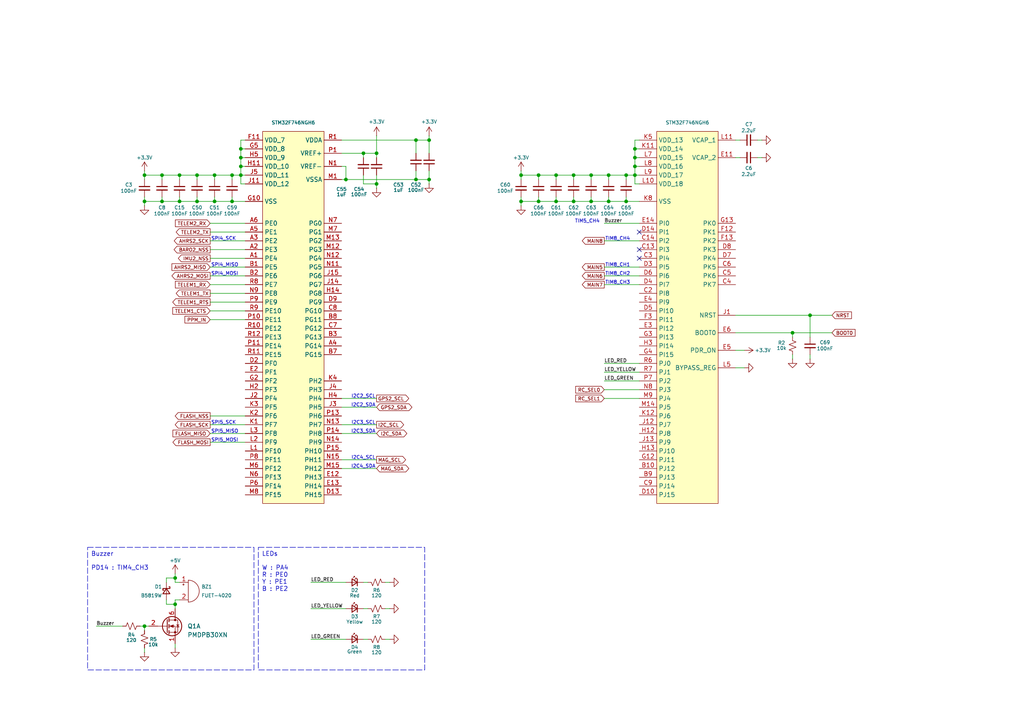
<source format=kicad_sch>
(kicad_sch (version 20250114) (generator "eeschema") (generator_version "9.0")
  (paper "A4")
  (title_block (title "STM32 Flight Controller") (date "2025-07-26") (rev "2.0.0 (WIP)"))
  (rectangle (start 25.4 158.75) (end 73.66 194.31) (stroke (width 0) (type dash)))
  (rectangle (start 74.93 158.75) (end 123.19 194.31) (stroke (width 0) (type dash)))
  (text "I2C2_SDA" (at 108.966 117.602 0) (effects (font (size 1 1)) (justify right)))
  (text "W : PA4\nR : PE0\nY : PE1\nB : PE2" (at 75.946 164.084 0) (effects (font (size 1.27 1.27)) (justify left top)))
  (text "TIM8_CH1" (at 175.514 76.962 0) (effects (font (size 1 1)) (justify left)))
  (text "SPI5_MOSI" (at 61.214 127.762 0) (effects (font (size 1 1)) (justify left)))
  (text "SPI4_MOSI" (at 61.214 79.502 0) (effects (font (size 1 1)) (justify left)))
  (text "I2C4_SDA" (at 108.966 135.382 0) (effects (font (size 1 1)) (justify right)))
  (text "I2C3_SDA" (at 108.966 125.222 0) (effects (font (size 1 1)) (justify right)))
  (text "TIM8_CH2" (at 175.514 79.502 0) (effects (font (size 1 1)) (justify left)))
  (text "TIM8_CH4" (at 175.514 69.342 0) (effects (font (size 1 1)) (justify left)))
  (text "TIM8_CH3" (at 175.514 82.042 0) (effects (font (size 1 1)) (justify left)))
  (text "SPI4_MISO" (at 61.214 76.962 0) (effects (font (size 1 1)) (justify left)))
  (text "I2C2_SCL" (at 108.966 115.062 0) (effects (font (size 1 1)) (justify right)))
  (text "SPI5_MISO" (at 61.214 125.222 0) (effects (font (size 1 1)) (justify left)))
  (text "LEDs" (at 75.946 161.544 0) (effects (font (size 1.27 1.27)) (justify left bottom)))
  (text "I2C3_SCL" (at 108.966 122.682 0) (effects (font (size 1 1)) (justify right)))
  (text "TIM5_CH4" (at 173.99 64.262 0) (effects (font (size 1 1)) (justify right)))
  (text "SPI5_SCK" (at 61.214 122.682 0) (effects (font (size 1 1)) (justify left)))
  (text "SPI4_SCK" (at 61.214 69.342 0) (effects (font (size 1 1)) (justify left)))
  (text "PD14 : TIM4_CH3" (at 26.416 164.084 0) (effects (font (size 1.27 1.27)) (justify left top)))
  (text "I2C4_SCL" (at 108.966 132.842 0) (effects (font (size 1 1)) (justify right)))
  (text "Buzzer" (at 26.416 161.544 0) (effects (font (size 1.27 1.27)) (justify left bottom)))
  (junction (at 156.21 50.8))
  (junction (at 176.53 58.42))
  (junction (at 69.85 48.26))
  (junction (at 41.91 50.8))
  (junction (at 109.22 53.34))
  (junction (at 171.45 50.8))
  (junction (at 184.15 50.8))
  (junction (at 124.46 40.64))
  (junction (at 46.99 50.8))
  (junction (at 184.15 45.72))
  (junction (at 229.87 96.52))
  (junction (at 109.22 44.45))
  (junction (at 234.95 91.44))
  (junction (at 184.15 48.26))
  (junction (at 166.37 50.8))
  (junction (at 151.13 58.42))
  (junction (at 171.45 58.42))
  (junction (at 67.31 50.8))
  (junction (at 166.37 58.42))
  (junction (at 69.85 43.18))
  (junction (at 156.21 58.42))
  (junction (at 124.46 52.07))
  (junction (at 176.53 50.8))
  (junction (at 120.65 40.64))
  (junction (at 62.23 58.42))
  (junction (at 67.31 58.42))
  (junction (at 120.65 52.07))
  (junction (at 41.91 181.61))
  (junction (at 52.07 50.8))
  (junction (at 184.15 43.18))
  (junction (at 41.91 58.42))
  (junction (at 62.23 50.8))
  (junction (at 69.85 50.8))
  (junction (at 50.8 175.26))
  (junction (at 181.61 50.8))
  (junction (at 151.13 50.8))
  (junction (at 50.8 167.64))
  (junction (at 69.85 45.72))
  (junction (at 100.33 52.07))
  (junction (at 52.07 58.42))
  (junction (at 105.41 44.45))
  (junction (at 57.15 58.42))
  (junction (at 46.99 58.42))
  (junction (at 161.29 50.8))
  (junction (at 57.15 50.8))
  (junction (at 161.29 58.42))
  (junction (at 181.61 58.42))
  (no_connect (at 185.42 72.39))
  (no_connect (at 185.42 74.93))
  (no_connect (at 185.42 67.31))
  (wire (pts (xy 109.22 50.8) (xy 109.22 53.34)))
  (wire (pts (xy 120.65 49.53) (xy 120.65 52.07)))
  (wire (pts (xy 184.15 53.34) (xy 184.15 50.8)))
  (wire (pts (xy 166.37 50.8) (xy 171.45 50.8)))
  (wire (pts (xy 41.91 49.53) (xy 41.91 50.8)))
  (wire (pts (xy 124.46 40.64) (xy 120.65 40.64)))
  (wire (pts (xy 105.41 50.8) (xy 105.41 53.34)))
  (wire (pts (xy 124.46 53.34) (xy 124.46 52.07)))
  (wire (pts (xy 213.36 96.52) (xy 229.87 96.52)))
  (wire (pts (xy 41.91 181.61) (xy 43.18 181.61)))
  (wire (pts (xy 60.96 82.55) (xy 71.12 82.55)))
  (wire (pts (xy 105.41 44.45) (xy 105.41 45.72)))
  (wire (pts (xy 234.95 91.44) (xy 241.3 91.44)))
  (wire (pts (xy 151.13 58.42) (xy 151.13 59.69)))
  (wire (pts (xy 161.29 58.42) (xy 166.37 58.42)))
  (wire (pts (xy 69.85 50.8) (xy 71.12 50.8)))
  (wire (pts (xy 171.45 50.8) (xy 171.45 52.07)))
  (wire (pts (xy 156.21 50.8) (xy 161.29 50.8)))
  (wire (pts (xy 105.41 185.42) (xy 106.68 185.42)))
  (wire (pts (xy 175.26 110.49) (xy 185.42 110.49)))
  (wire (pts (xy 175.26 105.41) (xy 185.42 105.41)))
  (wire (pts (xy 156.21 58.42) (xy 161.29 58.42)))
  (wire (pts (xy 184.15 48.26) (xy 184.15 45.72)))
  (wire (pts (xy 185.42 77.47) (xy 175.26 77.47)))
  (wire (pts (xy 120.65 52.07) (xy 100.33 52.07)))
  (wire (pts (xy 46.99 58.42) (xy 52.07 58.42)))
  (wire (pts (xy 184.15 43.18) (xy 184.15 40.64)))
  (wire (pts (xy 105.41 168.91) (xy 106.68 168.91)))
  (wire (pts (xy 69.85 50.8) (xy 69.85 48.26)))
  (wire (pts (xy 99.06 125.73) (xy 109.22 125.73)))
  (wire (pts (xy 181.61 50.8) (xy 184.15 50.8)))
  (wire (pts (xy 184.15 40.64) (xy 185.42 40.64)))
  (wire (pts (xy 151.13 50.8) (xy 156.21 50.8)))
  (wire (pts (xy 156.21 57.15) (xy 156.21 58.42)))
  (wire (pts (xy 109.22 44.45) (xy 109.22 45.72)))
  (wire (pts (xy 185.42 69.85) (xy 175.26 69.85)))
  (wire (pts (xy 57.15 58.42) (xy 62.23 58.42)))
  (wire (pts (xy 219.71 40.64) (xy 220.98 40.64)))
  (wire (pts (xy 46.99 50.8) (xy 46.99 52.07)))
  (wire (pts (xy 46.99 50.8) (xy 52.07 50.8)))
  (wire (pts (xy 161.29 50.8) (xy 161.29 52.07)))
  (wire (pts (xy 100.33 48.26) (xy 100.33 52.07)))
  (wire (pts (xy 176.53 57.15) (xy 176.53 58.42)))
  (wire (pts (xy 41.91 52.07) (xy 41.91 50.8)))
  (wire (pts (xy 67.31 50.8) (xy 69.85 50.8)))
  (wire (pts (xy 41.91 181.61) (xy 41.91 182.88)))
  (wire (pts (xy 41.91 58.42) (xy 46.99 58.42)))
  (wire (pts (xy 176.53 50.8) (xy 181.61 50.8)))
  (wire (pts (xy 100.33 52.07) (xy 99.06 52.07)))
  (wire (pts (xy 175.26 107.95) (xy 185.42 107.95)))
  (wire (pts (xy 120.65 40.64) (xy 99.06 40.64)))
  (wire (pts (xy 57.15 50.8) (xy 62.23 50.8)))
  (wire (pts (xy 166.37 57.15) (xy 166.37 58.42)))
  (wire (pts (xy 184.15 43.18) (xy 185.42 43.18)))
  (wire (pts (xy 161.29 57.15) (xy 161.29 58.42)))
  (wire (pts (xy 184.15 50.8) (xy 184.15 48.26)))
  (wire (pts (xy 60.96 77.47) (xy 71.12 77.47)))
  (wire (pts (xy 60.96 80.01) (xy 71.12 80.01)))
  (wire (pts (xy 60.96 123.19) (xy 71.12 123.19)))
  (wire (pts (xy 99.06 44.45) (xy 105.41 44.45)))
  (wire (pts (xy 57.15 57.15) (xy 57.15 58.42)))
  (wire (pts (xy 151.13 57.15) (xy 151.13 58.42)))
  (wire (pts (xy 48.26 167.64) (xy 50.8 167.64)))
  (wire (pts (xy 181.61 57.15) (xy 181.61 58.42)))
  (wire (pts (xy 111.76 185.42) (xy 113.03 185.42)))
  (wire (pts (xy 60.96 74.93) (xy 71.12 74.93)))
  (wire (pts (xy 67.31 58.42) (xy 71.12 58.42)))
  (wire (pts (xy 156.21 50.8) (xy 156.21 52.07)))
  (wire (pts (xy 60.96 85.09) (xy 71.12 85.09)))
  (wire (pts (xy 52.07 58.42) (xy 57.15 58.42)))
  (wire (pts (xy 181.61 58.42) (xy 185.42 58.42)))
  (wire (pts (xy 234.95 97.79) (xy 234.95 91.44)))
  (wire (pts (xy 234.95 102.87) (xy 234.95 104.14)))
  (wire (pts (xy 41.91 187.96) (xy 41.91 189.23)))
  (wire (pts (xy 52.07 168.91) (xy 50.8 168.91)))
  (wire (pts (xy 62.23 58.42) (xy 67.31 58.42)))
  (wire (pts (xy 50.8 186.69) (xy 50.8 187.96)))
  (wire (pts (xy 184.15 48.26) (xy 185.42 48.26)))
  (wire (pts (xy 60.96 90.17) (xy 71.12 90.17)))
  (wire (pts (xy 166.37 58.42) (xy 171.45 58.42)))
  (wire (pts (xy 109.22 53.34) (xy 105.41 53.34)))
  (wire (pts (xy 69.85 53.34) (xy 69.85 50.8)))
  (wire (pts (xy 124.46 52.07) (xy 120.65 52.07)))
  (wire (pts (xy 229.87 102.87) (xy 229.87 104.14)))
  (wire (pts (xy 41.91 58.42) (xy 41.91 59.69)))
  (wire (pts (xy 181.61 52.07) (xy 181.61 50.8)))
  (wire (pts (xy 40.64 181.61) (xy 41.91 181.61)))
  (wire (pts (xy 62.23 57.15) (xy 62.23 58.42)))
  (wire (pts (xy 50.8 173.99) (xy 50.8 175.26)))
  (wire (pts (xy 60.96 128.27) (xy 71.12 128.27)))
  (wire (pts (xy 48.26 168.91) (xy 48.26 167.64)))
  (wire (pts (xy 99.06 115.57) (xy 109.22 115.57)))
  (wire (pts (xy 151.13 58.42) (xy 156.21 58.42)))
  (wire (pts (xy 105.41 44.45) (xy 109.22 44.45)))
  (wire (pts (xy 60.96 72.39) (xy 71.12 72.39)))
  (wire (pts (xy 151.13 50.8) (xy 151.13 52.07)))
  (wire (pts (xy 175.26 113.03) (xy 185.42 113.03)))
  (wire (pts (xy 27.94 181.61) (xy 35.56 181.61)))
  (wire (pts (xy 62.23 50.8) (xy 62.23 52.07)))
  (wire (pts (xy 69.85 43.18) (xy 69.85 40.64)))
  (wire (pts (xy 176.53 50.8) (xy 176.53 52.07)))
  (wire (pts (xy 219.71 45.72) (xy 220.98 45.72)))
  (wire (pts (xy 171.45 58.42) (xy 176.53 58.42)))
  (wire (pts (xy 41.91 50.8) (xy 46.99 50.8)))
  (wire (pts (xy 109.22 53.34) (xy 109.22 54.61)))
  (wire (pts (xy 60.96 69.85) (xy 71.12 69.85)))
  (wire (pts (xy 171.45 57.15) (xy 171.45 58.42)))
  (wire (pts (xy 50.8 175.26) (xy 50.8 176.53)))
  (wire (pts (xy 99.06 48.26) (xy 100.33 48.26)))
  (wire (pts (xy 124.46 49.53) (xy 124.46 52.07)))
  (wire (pts (xy 60.96 64.77) (xy 71.12 64.77)))
  (wire (pts (xy 62.23 50.8) (xy 67.31 50.8)))
  (wire (pts (xy 99.06 135.89) (xy 109.22 135.89)))
  (wire (pts (xy 161.29 50.8) (xy 166.37 50.8)))
  (wire (pts (xy 151.13 49.53) (xy 151.13 50.8)))
  (wire (pts (xy 99.06 118.11) (xy 109.22 118.11)))
  (wire (pts (xy 69.85 43.18) (xy 71.12 43.18)))
  (wire (pts (xy 90.17 185.42) (xy 100.33 185.42)))
  (wire (pts (xy 229.87 96.52) (xy 241.3 96.52)))
  (wire (pts (xy 69.85 45.72) (xy 69.85 43.18)))
  (wire (pts (xy 50.8 167.64) (xy 50.8 168.91)))
  (wire (pts (xy 60.96 125.73) (xy 71.12 125.73)))
  (wire (pts (xy 185.42 82.55) (xy 175.26 82.55)))
  (wire (pts (xy 184.15 50.8) (xy 185.42 50.8)))
  (wire (pts (xy 111.76 176.53) (xy 113.03 176.53)))
  (wire (pts (xy 69.85 45.72) (xy 71.12 45.72)))
  (wire (pts (xy 48.26 175.26) (xy 50.8 175.26)))
  (wire (pts (xy 213.36 106.68) (xy 215.9 106.68)))
  (wire (pts (xy 90.17 168.91) (xy 100.33 168.91)))
  (wire (pts (xy 71.12 53.34) (xy 69.85 53.34)))
  (wire (pts (xy 124.46 39.37) (xy 124.46 40.64)))
  (wire (pts (xy 46.99 57.15) (xy 46.99 58.42)))
  (wire (pts (xy 213.36 45.72) (xy 214.63 45.72)))
  (wire (pts (xy 67.31 57.15) (xy 67.31 58.42)))
  (wire (pts (xy 120.65 40.64) (xy 120.65 44.45)))
  (wire (pts (xy 41.91 57.15) (xy 41.91 58.42)))
  (wire (pts (xy 99.06 133.35) (xy 109.22 133.35)))
  (wire (pts (xy 50.8 166.37) (xy 50.8 167.64)))
  (wire (pts (xy 109.22 39.37) (xy 109.22 44.45)))
  (wire (pts (xy 60.96 67.31) (xy 71.12 67.31)))
  (wire (pts (xy 69.85 40.64) (xy 71.12 40.64)))
  (wire (pts (xy 213.36 40.64) (xy 214.63 40.64)))
  (wire (pts (xy 52.07 57.15) (xy 52.07 58.42)))
  (wire (pts (xy 166.37 50.8) (xy 166.37 52.07)))
  (wire (pts (xy 60.96 87.63) (xy 71.12 87.63)))
  (wire (pts (xy 52.07 50.8) (xy 52.07 52.07)))
  (wire (pts (xy 229.87 97.79) (xy 229.87 96.52)))
  (wire (pts (xy 185.42 80.01) (xy 175.26 80.01)))
  (wire (pts (xy 60.96 92.71) (xy 71.12 92.71)))
  (wire (pts (xy 213.36 101.6) (xy 215.9 101.6)))
  (wire (pts (xy 213.36 91.44) (xy 234.95 91.44)))
  (wire (pts (xy 99.06 123.19) (xy 109.22 123.19)))
  (wire (pts (xy 184.15 45.72) (xy 184.15 43.18)))
  (wire (pts (xy 90.17 176.53) (xy 100.33 176.53)))
  (wire (pts (xy 69.85 48.26) (xy 69.85 45.72)))
  (wire (pts (xy 60.96 120.65) (xy 71.12 120.65)))
  (wire (pts (xy 57.15 50.8) (xy 57.15 52.07)))
  (wire (pts (xy 52.07 50.8) (xy 57.15 50.8)))
  (wire (pts (xy 124.46 40.64) (xy 124.46 44.45)))
  (wire (pts (xy 176.53 58.42) (xy 181.61 58.42)))
  (wire (pts (xy 184.15 45.72) (xy 185.42 45.72)))
  (wire (pts (xy 67.31 52.07) (xy 67.31 50.8)))
  (wire (pts (xy 111.76 168.91) (xy 113.03 168.91)))
  (wire (pts (xy 69.85 48.26) (xy 71.12 48.26)))
  (wire (pts (xy 185.42 64.77) (xy 175.26 64.77)))
  (wire (pts (xy 175.26 115.57) (xy 185.42 115.57)))
  (wire (pts (xy 185.42 53.34) (xy 184.15 53.34)))
  (wire (pts (xy 52.07 173.99) (xy 50.8 173.99)))
  (wire (pts (xy 48.26 175.26) (xy 48.26 173.99)))
  (wire (pts (xy 105.41 176.53) (xy 106.68 176.53)))
  (wire (pts (xy 171.45 50.8) (xy 176.53 50.8)))
  (label "LED_GREEN" (at 90.17 185.42 0) (effects (font (size 1 1))))
  (label "Buzzer" (at 175.26 64.77 0) (effects (font (size 1 1))))
  (label "LED_GREEN" (at 175.26 110.49 0) (effects (font (size 1 1))))
  (label "LED_RED" (at 90.17 168.91 0) (effects (font (size 1 1))))
  (label "LED_YELLOW" (at 175.26 107.95 0) (effects (font (size 1 1))))
  (label "Buzzer" (at 27.94 181.61 0) (effects (font (size 1 1))))
  (label "LED_YELLOW" (at 90.17 176.53 0) (effects (font (size 1 1))))
  (label "LED_RED" (at 175.26 105.41 0) (effects (font (size 1 1))))
  (global_label "IMU2_NSS" (shape output) (at 60.96 74.93 180) (effects (font (size 1 1))) (property "Intersheetrefs" "${INTERSHEET_REFS}" (effects (hide yes))))
  (global_label "GPS2_SDA" (shape bidirectional) (at 109.22 118.11 0) (effects (font (size 1 1))) (property "Intersheetrefs" "${INTERSHEET_REFS}" (effects (hide yes))))
  (global_label "FLASH_MISO" (shape input) (at 60.96 125.73 180) (effects (font (size 1 1))) (property "Intersheetrefs" "${INTERSHEET_REFS}" (effects (hide yes))))
  (global_label "I2C_SCL" (shape output) (at 109.22 123.19 0) (effects (font (size 1 1))) (property "Intersheetrefs" "${INTERSHEET_REFS}" (effects (hide yes))))
  (global_label "TELEM2_TX" (shape output) (at 60.96 67.31 180) (effects (font (size 1 1))) (property "Intersheetrefs" "${INTERSHEET_REFS}" (effects (hide yes))))
  (global_label "FLASH_SCK" (shape output) (at 60.96 123.19 180) (effects (font (size 1 1))) (property "Intersheetrefs" "${INTERSHEET_REFS}" (effects (hide yes))))
  (global_label "BOOT0" (shape input) (at 241.3 96.52 0) (effects (font (size 1 1))) (property "Intersheetrefs" "${INTERSHEET_REFS}" (effects (hide yes))))
  (global_label "AHRS2_MOSI" (shape output) (at 60.96 80.01 180) (effects (font (size 1 1))) (property "Intersheetrefs" "${INTERSHEET_REFS}" (effects (hide yes))))
  (global_label "PPM_IN" (shape input) (at 60.96 92.71 180) (effects (font (size 1 1))) (property "Intersheetrefs" "${INTERSHEET_REFS}" (effects (hide yes))))
  (global_label "I2C_SDA" (shape bidirectional) (at 109.22 125.73 0) (effects (font (size 1 1))) (property "Intersheetrefs" "${INTERSHEET_REFS}" (effects (hide yes))))
  (global_label "FLASH_MOSI" (shape output) (at 60.96 128.27 180) (effects (font (size 1 1))) (property "Intersheetrefs" "${INTERSHEET_REFS}" (effects (hide yes))))
  (global_label "TELEM1_RX" (shape input) (at 60.96 82.55 180) (effects (font (size 1 1))) (property "Intersheetrefs" "${INTERSHEET_REFS}" (effects (hide yes))))
  (global_label "BARO2_NSS" (shape output) (at 60.96 72.39 180) (effects (font (size 1 1))) (property "Intersheetrefs" "${INTERSHEET_REFS}" (effects (hide yes))))
  (global_label "FLASH_NSS" (shape output) (at 60.96 120.65 180) (effects (font (size 1 1))) (property "Intersheetrefs" "${INTERSHEET_REFS}" (effects (hide yes))))
  (global_label "MAIN7" (shape output) (at 175.26 82.55 180) (effects (font (size 1 1))) (property "Intersheetrefs" "${INTERSHEET_REFS}" (effects (hide yes))))
  (global_label "MAG_SCL" (shape output) (at 109.22 133.35 0) (effects (font (size 1 1))) (property "Intersheetrefs" "${INTERSHEET_REFS}" (effects (hide yes))))
  (global_label "TELEM2_RX" (shape input) (at 60.96 64.77 180) (effects (font (size 1 1))) (property "Intersheetrefs" "${INTERSHEET_REFS}" (effects (hide yes))))
  (global_label "AHRS2_MISO" (shape input) (at 60.96 77.47 180) (effects (font (size 1 1))) (property "Intersheetrefs" "${INTERSHEET_REFS}" (effects (hide yes))))
  (global_label "MAIN8" (shape output) (at 175.26 69.85 180) (effects (font (size 1 1))) (property "Intersheetrefs" "${INTERSHEET_REFS}" (effects (hide yes))))
  (global_label "GPS2_SCL" (shape output) (at 109.22 115.57 0) (effects (font (size 1 1))) (property "Intersheetrefs" "${INTERSHEET_REFS}" (effects (hide yes))))
  (global_label "NRST" (shape input) (at 241.3 91.44 0) (effects (font (size 1 1))) (property "Intersheetrefs" "${INTERSHEET_REFS}" (effects (hide yes))))
  (global_label "TELEM1_RTS" (shape output) (at 60.96 87.63 180) (effects (font (size 1 1))) (property "Intersheetrefs" "${INTERSHEET_REFS}" (effects (hide yes))))
  (global_label "MAG_SDA" (shape bidirectional) (at 109.22 135.89 0) (effects (font (size 1 1))) (property "Intersheetrefs" "${INTERSHEET_REFS}" (effects (hide yes))))
  (global_label "TELEM1_CTS" (shape input) (at 60.96 90.17 180) (effects (font (size 1 1))) (property "Intersheetrefs" "${INTERSHEET_REFS}" (effects (hide yes))))
  (global_label "AHRS2_SCK" (shape output) (at 60.96 69.85 180) (effects (font (size 1 1))) (property "Intersheetrefs" "${INTERSHEET_REFS}" (effects (hide yes))))
  (global_label "RC_SEL0" (shape input) (at 175.26 113.03 180) (effects (font (size 1 1))) (property "Intersheetrefs" "${INTERSHEET_REFS}" (effects (hide yes))))
  (global_label "MAIN5" (shape output) (at 175.26 77.47 180) (effects (font (size 1 1))) (property "Intersheetrefs" "${INTERSHEET_REFS}" (effects (hide yes))))
  (global_label "MAIN6" (shape output) (at 175.26 80.01 180) (effects (font (size 1 1))) (property "Intersheetrefs" "${INTERSHEET_REFS}" (effects (hide yes))))
  (global_label "TELEM1_TX" (shape output) (at 60.96 85.09 180) (effects (font (size 1 1))) (property "Intersheetrefs" "${INTERSHEET_REFS}" (effects (hide yes))))
  (global_label "RC_SEL1" (shape input) (at 175.26 115.57 180) (effects (font (size 1 1))) (property "Intersheetrefs" "${INTERSHEET_REFS}" (effects (hide yes))))
  (symbol (lib_id "Device:D_Schottky_Small") (at 48.26 171.45 270) (unit 1)
    (property "Reference" "D1" (at 46.99 170.18 90) (effects (font (size 1 1)) (justify right)))
    (property "Value" "B5819W" (at 46.99 172.72 90) (effects (font (size 1 1)) (justify right)))
    (property "Footprint" "Diode_SMD:D_SOD-323" (effects (hide yes)))
    (property "Description" "Schottky diode, small symbol" (effects (hide yes)))
    (property "LCSC" "C22624" (effects (hide yes)))
  )
  (symbol (lib_id "Device:C_Small") (at 41.91 54.61 0) (mirror y) (unit 1)
    (property "Reference" "C3" (at 37.338 53.594 0) (effects (font (size 1 1))))
    (property "Value" "100nF" (at 37.338 55.372 0) (effects (font (size 1 1))))
    (property "Footprint" "Capacitor_SMD:C_0402_1005Metric" (effects (hide yes)))
    (property "Description" "Unpolarized capacitor, small symbol" (effects (hide yes)))
    (property "LCSC" "C1525" (effects (hide yes)))
  )
  (symbol (lib_id "Device:C_Small") (at 46.99 54.61 0) (mirror y) (unit 1)
    (property "Reference" "C8" (at 46.99 60.198 0) (effects (font (size 1 1))))
    (property "Value" "100nF" (at 46.99 61.976 0) (effects (font (size 1 1))))
    (property "Footprint" "Capacitor_SMD:C_0402_1005Metric" (effects (hide yes)))
    (property "Description" "Unpolarized capacitor, small symbol" (effects (hide yes)))
    (property "LCSC" "C1525" (effects (hide yes)))
  )
  (symbol (lib_id "Device:C_Small") (at 217.17 45.72 270) (mirror x) (unit 1)
    (property "Reference" "C6" (at 217.17 48.768 90) (effects (font (size 1 1))))
    (property "Value" "2.2uF" (at 217.17 50.546 90) (effects (font (size 1 1))))
    (property "Footprint" "Capacitor_SMD:C_0402_1005Metric" (effects (hide yes)))
    (property "Description" "Unpolarized capacitor, small symbol" (effects (hide yes)))
    (property "LCSC" "C170151" (effects (hide yes)))
  )
  (symbol (lib_id "Device:C_Small") (at 52.07 54.61 0) (mirror y) (unit 1)
    (property "Reference" "C15" (at 52.07 60.198 0) (effects (font (size 1 1))))
    (property "Value" "100nF" (at 52.07 61.976 0) (effects (font (size 1 1))))
    (property "Footprint" "Capacitor_SMD:C_0402_1005Metric" (effects (hide yes)))
    (property "Description" "Unpolarized capacitor, small symbol" (effects (hide yes)))
    (property "LCSC" "C1525" (effects (hide yes)))
  )
  (symbol (lib_id "power:GND") (at 113.03 185.42 90) (mirror x) (unit 1)
    (property "Reference" "#PWR021" (effects (hide yes)))
    (property "Value" "GND" (effects (hide yes)))
    (property "Description" "Power symbol creates a global label with name \"GND\" , ground" (effects (hide yes)))
  )
  (symbol (lib_id "power:GND") (at 113.03 176.53 90) (mirror x) (unit 1)
    (property "Reference" "#PWR020" (effects (hide yes)))
    (property "Value" "GND" (effects (hide yes)))
    (property "Description" "Power symbol creates a global label with name \"GND\" , ground" (effects (hide yes)))
  )
  (symbol (lib_id "power:+3.3V") (at 215.9 101.6 270) (unit 1)
    (property "Reference" "#PWR03" (effects (hide yes)))
    (property "Value" "+3.3V" (at 221.234 101.6 90) (effects (font (size 1 1))))
    (property "Description" "Power symbol creates a global label with name \"+3.3V\"" (effects (hide yes)))
  )
  (symbol (lib_id "power:GND") (at 113.03 168.91 90) (mirror x) (unit 1)
    (property "Reference" "#PWR019" (effects (hide yes)))
    (property "Value" "GND" (effects (hide yes)))
    (property "Description" "Power symbol creates a global label with name \"GND\" , ground" (effects (hide yes)))
  )
  (symbol (lib_id "Device:C_Small") (at 67.31 54.61 0) (mirror y) (unit 1)
    (property "Reference" "C59" (at 67.31 60.198 0) (effects (font (size 1 1))))
    (property "Value" "100nF" (at 67.31 61.976 0) (effects (font (size 1 1))))
    (property "Footprint" "Capacitor_SMD:C_0402_1005Metric" (effects (hide yes)))
    (property "Description" "Unpolarized capacitor, small symbol" (effects (hide yes)))
    (property "LCSC" "C1525" (effects (hide yes)))
  )
  (symbol (lib_id "power:+3.3V") (at 124.46 39.37 0) (mirror y) (unit 1)
    (property "Reference" "#PWR0145" (effects (hide yes)))
    (property "Value" "+3.3V" (at 124.46 35.306 0) (effects (font (size 1 1))))
    (property "Description" "Power symbol creates a global label with name \"+3.3V\"" (effects (hide yes)))
  )
  (symbol (lib_id "Device:R_Small_US") (at 229.87 100.33 0) (unit 1)
    (property "Reference" "R2" (at 226.695 99.441 0) (effects (font (size 1 1))))
    (property "Value" "10k" (at 226.695 100.965 0) (effects (font (size 1 1))))
    (property "Footprint" "Resistor_SMD:R_0402_1005Metric" (effects (hide yes)))
    (property "Description" "Resistor, small US symbol" (effects (hide yes)))
    (property "LCSC" "C25531" (effects (hide yes)))
  )
  (symbol (lib_id "Device:C_Small") (at 109.22 48.26 0) (mirror x) (unit 1)
    (property "Reference" "C54" (at 104.14 54.864 0) (effects (font (size 1 1))))
    (property "Value" "100nF" (at 104.14 56.388 0) (effects (font (size 1 1))))
    (property "Footprint" "Capacitor_SMD:C_0402_1005Metric" (effects (hide yes)))
    (property "Description" "Unpolarized capacitor, small symbol" (effects (hide yes)))
    (property "LCSC" "C1525" (effects (hide yes)))
  )
  (symbol (lib_id "power:+3.3V") (at 151.13 49.53 0) (unit 1)
    (property "Reference" "#PWR0149" (effects (hide yes)))
    (property "Value" "+3.3V" (at 151.13 45.72 0) (effects (font (size 1 1))))
    (property "Description" "Power symbol creates a global label with name \"+3.3V\"" (effects (hide yes)))
  )
  (symbol (lib_id "Device:R_Small_US") (at 109.22 176.53 90) (mirror x) (unit 1)
    (property "Reference" "R7" (at 109.22 178.816 90) (effects (font (size 1 1))))
    (property "Value" "120" (at 109.22 180.34 90) (effects (font (size 1 1))))
    (property "Footprint" "Resistor_SMD:R_0402_1005Metric" (effects (hide yes)))
    (property "Description" "Resistor, small US symbol" (effects (hide yes)))
    (property "LCSC" " C25079" (effects (hide yes)))
  )
  (symbol (lib_id "Device:C_Small") (at 181.61 54.61 0) (mirror y) (unit 1)
    (property "Reference" "C65" (at 181.61 60.198 0) (effects (font (size 1 1))))
    (property "Value" "100nF" (at 181.61 61.976 0) (effects (font (size 1 1))))
    (property "Footprint" "Capacitor_SMD:C_0402_1005Metric" (effects (hide yes)))
    (property "Description" "Unpolarized capacitor, small symbol" (effects (hide yes)))
    (property "LCSC" "C1525" (effects (hide yes)))
  )
  (symbol (lib_id "power:GND") (at 220.98 40.64 90) (unit 1)
    (property "Reference" "#PWR08" (effects (hide yes)))
    (property "Value" "GND" (effects (hide yes)))
    (property "Description" "Power symbol creates a global label with name \"GND\" , ground" (effects (hide yes)))
  )
  (symbol (lib_id "power:GND") (at 41.91 59.69 0) (mirror y) (unit 1)
    (property "Reference" "#PWR0148" (effects (hide yes)))
    (property "Value" "GND" (effects (hide yes)))
    (property "Description" "Power symbol creates a global label with name \"GND\" , ground" (effects (hide yes)))
  )
  (symbol (lib_id "power:GND") (at 50.8 187.96 0) (unit 1)
    (property "Reference" "#PWR016" (effects (hide yes)))
    (property "Value" "GND" (effects (hide yes)))
    (property "Description" "Power symbol creates a global label with name \"GND\" , ground" (effects (hide yes)))
  )
  (symbol (lib_id "Device:C_Small") (at 120.65 46.99 0) (mirror x) (unit 1)
    (property "Reference" "C53" (at 115.57 53.594 0) (effects (font (size 1 1))))
    (property "Value" "1uF" (at 115.57 55.118 0) (effects (font (size 1 1))))
    (property "Footprint" "Capacitor_SMD:C_0402_1005Metric" (effects (hide yes)))
    (property "Description" "Unpolarized capacitor, small symbol" (effects (hide yes)))
    (property "LCSC" "C14445" (effects (hide yes)))
  )
  (symbol (lib_id "Device:LED_Small") (at 102.87 176.53 0) (mirror y) (unit 1)
    (property "Reference" "D3" (at 102.87 178.816 0) (effects (font (size 1 1))))
    (property "Value" "Yellow" (at 102.87 180.34 0) (effects (font (size 1 1))))
    (property "Footprint" "LED_SMD:LED_0402_1005Metric" (effects (hide yes)))
    (property "Description" "Light emitting diode, small symbol" (effects (hide yes)))
    (property "LCSC" "C130721" (effects (hide yes)))
    (property "Sim.Pin" "1=K 2=A" (effects (hide yes)))
  )
  (symbol (lib_id "Device:R_Small_US") (at 109.22 185.42 90) (mirror x) (unit 1)
    (property "Reference" "R8" (at 109.22 187.706 90) (effects (font (size 1 1))))
    (property "Value" "120" (at 109.22 189.23 90) (effects (font (size 1 1))))
    (property "Footprint" "Resistor_SMD:R_0402_1005Metric" (effects (hide yes)))
    (property "Description" "Resistor, small US symbol" (effects (hide yes)))
    (property "LCSC" " C25079" (effects (hide yes)))
  )
  (symbol (lib_id "Device:R_Small_US") (at 109.22 168.91 90) (mirror x) (unit 1)
    (property "Reference" "R6" (at 109.22 171.196 90) (effects (font (size 1 1))))
    (property "Value" "120" (at 109.22 172.72 90) (effects (font (size 1 1))))
    (property "Footprint" "Resistor_SMD:R_0402_1005Metric" (effects (hide yes)))
    (property "Description" "Resistor, small US symbol" (effects (hide yes)))
    (property "LCSC" " C25079" (effects (hide yes)))
  )
  (symbol (lib_id "Device:C_Small") (at 151.13 54.61 0) (mirror y) (unit 1)
    (property "Reference" "C60" (at 146.558 53.594 0) (effects (font (size 1 1))))
    (property "Value" "100nF" (at 146.558 55.372 0) (effects (font (size 1 1))))
    (property "Footprint" "Capacitor_SMD:C_0402_1005Metric" (effects (hide yes)))
    (property "Description" "Unpolarized capacitor, small symbol" (effects (hide yes)))
    (property "LCSC" "C1525" (effects (hide yes)))
  )
  (symbol (lib_id "Device:C_Small") (at 234.95 100.33 0) (unit 1)
    (property "Reference" "C69" (at 239.268 99.314 0) (effects (font (size 1 1))))
    (property "Value" "100nF" (at 239.268 101.092 0) (effects (font (size 1 1))))
    (property "Footprint" "Capacitor_SMD:C_0402_1005Metric" (effects (hide yes)))
    (property "Description" "Unpolarized capacitor, small symbol" (effects (hide yes)))
    (property "LCSC" "C1525" (effects (hide yes)))
  )
  (symbol (lib_id "power:+5V") (at 50.8 166.37 0) (unit 1)
    (property "Reference" "#PWR015" (effects (hide yes)))
    (property "Value" "+5V" (at 50.8 162.56 0) (effects (font (size 1 1))))
    (property "Description" "Power symbol creates a global label with name \"+5V\"" (effects (hide yes)))
  )
  (symbol (lib_id "power:GND") (at 124.46 53.34 0) (mirror y) (unit 1)
    (property "Reference" "#PWR0100" (effects (hide yes)))
    (property "Value" "GND" (effects (hide yes)))
    (property "Description" "Power symbol creates a global label with name \"GND\" , ground" (effects (hide yes)))
  )
  (symbol (lib_id "Device:C_Small") (at 161.29 54.61 0) (mirror y) (unit 1)
    (property "Reference" "C61" (at 161.29 60.198 0) (effects (font (size 1 1))))
    (property "Value" "100nF" (at 161.29 61.976 0) (effects (font (size 1 1))))
    (property "Footprint" "Capacitor_SMD:C_0402_1005Metric" (effects (hide yes)))
    (property "Description" "Unpolarized capacitor, small symbol" (effects (hide yes)))
    (property "LCSC" "C1525" (effects (hide yes)))
  )
  (symbol (lib_id "power:GND") (at 234.95 104.14 0) (unit 1)
    (property "Reference" "#PWR0152" (effects (hide yes)))
    (property "Value" "GND" (effects (hide yes)))
    (property "Description" "Power symbol creates a global label with name \"GND\" , ground" (effects (hide yes)))
  )
  (symbol (lib_id "Device:R_Small_US") (at 38.1 181.61 90) (unit 1)
    (property "Reference" "R4" (at 38.1 184.15 90) (effects (font (size 1 1))))
    (property "Value" "120" (at 38.1 185.674 90) (effects (font (size 1 1))))
    (property "Footprint" "Resistor_SMD:R_0402_1005Metric" (effects (hide yes)))
    (property "Description" "Resistor, small US symbol" (effects (hide yes)))
    (property "LCSC" " C25079" (effects (hide yes)))
  )
  (symbol (lib_id "Device:C_Small") (at 171.45 54.61 0) (mirror y) (unit 1)
    (property "Reference" "C63" (at 171.45 60.198 0) (effects (font (size 1 1))))
    (property "Value" "100nF" (at 171.45 61.976 0) (effects (font (size 1 1))))
    (property "Footprint" "Capacitor_SMD:C_0402_1005Metric" (effects (hide yes)))
    (property "Description" "Unpolarized capacitor, small symbol" (effects (hide yes)))
    (property "LCSC" "C1525" (effects (hide yes)))
  )
  (symbol (lib_id "Device:C_Small") (at 217.17 40.64 90) (unit 1)
    (property "Reference" "C7" (at 217.17 36.068 90) (effects (font (size 1 1))))
    (property "Value" "2.2uF" (at 217.17 37.846 90) (effects (font (size 1 1))))
    (property "Footprint" "Capacitor_SMD:C_0402_1005Metric" (effects (hide yes)))
    (property "Description" "Unpolarized capacitor, small symbol" (effects (hide yes)))
    (property "LCSC" "C170151" (effects (hide yes)))
  )
  (symbol (lib_id "Device:C_Small") (at 62.23 54.61 0) (mirror y) (unit 1)
    (property "Reference" "C51" (at 62.23 60.198 0) (effects (font (size 1 1))))
    (property "Value" "100nF" (at 62.23 61.976 0) (effects (font (size 1 1))))
    (property "Footprint" "Capacitor_SMD:C_0402_1005Metric" (effects (hide yes)))
    (property "Description" "Unpolarized capacitor, small symbol" (effects (hide yes)))
    (property "LCSC" "C1525" (effects (hide yes)))
  )
  (symbol (lib_id "power:GND") (at 220.98 45.72 90) (unit 1)
    (property "Reference" "#PWR07" (effects (hide yes)))
    (property "Value" "GND" (effects (hide yes)))
    (property "Description" "Power symbol creates a global label with name \"GND\" , ground" (effects (hide yes)))
  )
  (symbol (lib_id "power:GND") (at 229.87 104.14 0) (mirror y) (unit 1)
    (property "Reference" "#PWR06" (effects (hide yes)))
    (property "Value" "GND" (effects (hide yes)))
    (property "Description" "Power symbol creates a global label with name \"GND\" , ground" (effects (hide yes)))
  )
  (symbol (lib_id "Device:C_Small") (at 124.46 46.99 0) (mirror x) (unit 1)
    (property "Reference" "C52" (at 120.65 53.594 0) (effects (font (size 1 1))))
    (property "Value" "100nF" (at 120.65 55.118 0) (effects (font (size 1 1))))
    (property "Footprint" "Capacitor_SMD:C_0402_1005Metric" (effects (hide yes)))
    (property "Description" "Unpolarized capacitor, small symbol" (effects (hide yes)))
    (property "LCSC" "C1525" (effects (hide yes)))
  )
  (symbol (lib_id "Nexperia_PMD:PMDPB30XN") (at 48.26 181.61 0) (unit 1)
    (property "Reference" "Q1" (at 54.356 181.61 0) (effects (justify left)))
    (property "Value" "PMDPB30XN" (at 54.356 184.15 0) (effects (justify left)))
    (property "Footprint" "Nexperia_SOT1118:Nexperia_SOT1118" (effects (hide yes)))
    (property "Description" "Dual NMOS transistor, 6 pin package" (effects (hide yes)))
    (property "LCSC" "C478009" (effects (hide yes)))
  )
  (symbol (lib_id "Device:LED_Small") (at 102.87 168.91 0) (mirror y) (unit 1)
    (property "Reference" "D2" (at 102.87 171.196 0) (effects (font (size 1 1))))
    (property "Value" "Red" (at 102.87 172.72 0) (effects (font (size 1 1))))
    (property "Footprint" "LED_SMD:LED_0402_1005Metric" (effects (hide yes)))
    (property "Description" "Light emitting diode, small symbol" (effects (hide yes)))
    (property "LCSC" "C130719" (effects (hide yes)))
    (property "Sim.Pin" "1=K 2=A" (effects (hide yes)))
  )
  (symbol (lib_name "STM32F746NGH6_1_2") (lib_id "STM32F746NGH6:STM32F746NGH6_1") (at 85.09 91.44 0) (unit 2)
    (property "Reference" "IC1" (effects (hide yes)))
    (property "Value" "STM32F746NGH6" (at 85.09 35.56 0) (effects (font (size 1 1))))
    (property "Footprint" "BGA216C80P15X15_1300X1300X110" (effects (hide yes)))
    (property "Datasheet" "https://www.st.com/content/ccc/resource/technical/document/datasheet/96/ed/61/9b/e0/6c/45/0b/DM00166116.pdf/files/DM00166116.pdf/jcr:content/translations/en.DM00166116.pdf" (effects (hide yes)))
    (property "Description" "32-Bit MCU+FPU 1M Flash USB LCD TFBGA216 STMicroelectronics STM32F746NGH6, 32bit ARM Cortex M7 Microcontroller, 216MHz, 1024 kB Flash, OTP, 216-Pin TFBGA" (effects (hide yes)))
    (property "Height" "1.1" (effects (hide yes)))
    (property "Manufacturer_Name" "STMicroelectronics" (effects (hide yes)))
    (property "Manufacturer_Part_Number" "STM32F746NGH6" (effects (hide yes)))
    (property "Mouser Part Number" "511-STM32F746NGH6" (effects (hide yes)))
    (property "Mouser Price/Stock" "https://www.mouser.co.uk/ProductDetail/STMicroelectronics/STM32F746NGH6?qs=E2FFEhwHWte4jscxaKMINg%3D%3D" (effects (hide yes)))
    (property "Arrow Part Number" "STM32F746NGH6" (effects (hide yes)))
    (property "Arrow Price/Stock" "https://www.arrow.com/en/products/stm32f746ngh6/stmicroelectronics?region=nac" (effects (hide yes)))
  )
  (symbol (lib_id "power:GND") (at 41.91 189.23 0) (unit 1)
    (property "Reference" "#PWR014" (effects (hide yes)))
    (property "Value" "GND" (effects (hide yes)))
    (property "Description" "Power symbol creates a global label with name \"GND\" , ground" (effects (hide yes)))
  )
  (symbol (lib_id "power:GND") (at 109.22 54.61 0) (mirror y) (unit 1)
    (property "Reference" "#PWR0147" (effects (hide yes)))
    (property "Value" "GND" (effects (hide yes)))
    (property "Description" "Power symbol creates a global label with name \"GND\" , ground" (effects (hide yes)))
  )
  (symbol (lib_id "Device:Buzzer") (at 54.61 171.45 0) (unit 1)
    (property "Reference" "BZ1" (at 58.42 170.1799 0) (effects (font (size 1 1)) (justify left)))
    (property "Value" "FUET-4020" (at 58.42 172.7199 0) (effects (font (size 1 1)) (justify left)))
    (property "Footprint" "FUET-4020:FUET-4020" (effects (hide yes)))
    (property "Description" "Buzzer, polarized" (effects (hide yes)))
    (property "LCSC" "C391027" (effects (hide yes)))
  )
  (symbol (lib_id "Device:R_Small_US") (at 41.91 185.42 0) (mirror y) (unit 1)
    (property "Reference" "R5" (at 44.45 185.42 0) (effects (font (size 1 1))))
    (property "Value" "10k" (at 44.45 186.944 0) (effects (font (size 1 1))))
    (property "Footprint" "Resistor_SMD:R_0402_1005Metric" (effects (hide yes)))
    (property "Description" "Resistor, small US symbol" (effects (hide yes)))
    (property "LCSC" "C25531" (effects (hide yes)))
  )
  (symbol (lib_id "Device:C_Small") (at 105.41 48.26 0) (mirror x) (unit 1)
    (property "Reference" "C55" (at 99.06 54.864 0) (effects (font (size 1 1))))
    (property "Value" "1uF" (at 99.06 56.388 0) (effects (font (size 1 1))))
    (property "Footprint" "Capacitor_SMD:C_0402_1005Metric" (effects (hide yes)))
    (property "Description" "Unpolarized capacitor, small symbol" (effects (hide yes)))
    (property "LCSC" "C14445" (effects (hide yes)))
  )
  (symbol (lib_id "power:+3.3V") (at 41.91 49.53 0) (unit 1)
    (property "Reference" "#PWR047" (effects (hide yes)))
    (property "Value" "+3.3V" (at 41.91 45.72 0) (effects (font (size 1 1))))
    (property "Description" "Power symbol creates a global label with name \"+3.3V\"" (effects (hide yes)))
  )
  (symbol (lib_id "power:GND") (at 215.9 106.68 90) (mirror x) (unit 1)
    (property "Reference" "#PWR04" (effects (hide yes)))
    (property "Value" "GND" (effects (hide yes)))
    (property "Description" "Power symbol creates a global label with name \"GND\" , ground" (effects (hide yes)))
  )
  (symbol (lib_id "Device:C_Small") (at 156.21 54.61 0) (mirror y) (unit 1)
    (property "Reference" "C66" (at 156.21 60.198 0) (effects (font (size 1 1))))
    (property "Value" "100nF" (at 156.21 61.976 0) (effects (font (size 1 1))))
    (property "Footprint" "Capacitor_SMD:C_0402_1005Metric" (effects (hide yes)))
    (property "Description" "Unpolarized capacitor, small symbol" (effects (hide yes)))
    (property "LCSC" "C1525" (effects (hide yes)))
  )
  (symbol (lib_id "power:GND") (at 151.13 59.69 0) (mirror y) (unit 1)
    (property "Reference" "#PWR0150" (effects (hide yes)))
    (property "Value" "GND" (effects (hide yes)))
    (property "Description" "Power symbol creates a global label with name \"GND\" , ground" (effects (hide yes)))
  )
  (symbol (lib_id "Device:LED_Small") (at 102.87 185.42 0) (mirror y) (unit 1)
    (property "Reference" "D4" (at 102.87 187.706 0) (effects (font (size 1 1))))
    (property "Value" "Green" (at 102.87 188.976 0) (effects (font (size 1 1))))
    (property "Footprint" "LED_SMD:LED_0402_1005Metric" (effects (hide yes)))
    (property "Description" "Light emitting diode, small symbol" (effects (hide yes)))
    (property "LCSC" "C130722" (effects (hide yes)))
    (property "Sim.Pin" "1=K 2=A" (effects (hide yes)))
  )
  (symbol (lib_id "Device:C_Small") (at 166.37 54.61 0) (mirror y) (unit 1)
    (property "Reference" "C62" (at 166.37 60.198 0) (effects (font (size 1 1))))
    (property "Value" "100nF" (at 166.37 61.976 0) (effects (font (size 1 1))))
    (property "Footprint" "Capacitor_SMD:C_0402_1005Metric" (effects (hide yes)))
    (property "Description" "Unpolarized capacitor, small symbol" (effects (hide yes)))
    (property "LCSC" "C1525" (effects (hide yes)))
  )
  (symbol (lib_id "Device:C_Small") (at 176.53 54.61 0) (mirror y) (unit 1)
    (property "Reference" "C64" (at 176.53 60.198 0) (effects (font (size 1 1))))
    (property "Value" "100nF" (at 176.53 61.976 0) (effects (font (size 1 1))))
    (property "Footprint" "Capacitor_SMD:C_0402_1005Metric" (effects (hide yes)))
    (property "Description" "Unpolarized capacitor, small symbol" (effects (hide yes)))
    (property "LCSC" "C1525" (effects (hide yes)))
  )
  (symbol (lib_id "power:+3.3V") (at 109.22 39.37 0) (mirror y) (unit 1)
    (property "Reference" "#PWR0146" (effects (hide yes)))
    (property "Value" "+3.3V" (at 109.22 35.306 0) (effects (font (size 1 1))))
    (property "Description" "Power symbol creates a global label with name \"+3.3V\"" (effects (hide yes)))
  )
  (symbol (lib_name "STM32F746NGH6_1_1") (lib_id "STM32F746NGH6:STM32F746NGH6_1") (at 199.39 91.44 0) (unit 3)
    (property "Reference" "IC1" (effects (hide yes)))
    (property "Value" "STM32F746NGH6" (at 199.39 35.56 0) (effects (font (size 1 1))))
    (property "Footprint" "BGA216C80P15X15_1300X1300X110" (effects (hide yes)))
    (property "Datasheet" "https://www.st.com/content/ccc/resource/technical/document/datasheet/96/ed/61/9b/e0/6c/45/0b/DM00166116.pdf/files/DM00166116.pdf/jcr:content/translations/en.DM00166116.pdf" (effects (hide yes)))
    (property "Description" "32-Bit MCU+FPU 1M Flash USB LCD TFBGA216 STMicroelectronics STM32F746NGH6, 32bit ARM Cortex M7 Microcontroller, 216MHz, 1024 kB Flash, OTP, 216-Pin TFBGA" (effects (hide yes)))
    (property "Height" "1.1" (effects (hide yes)))
    (property "Manufacturer_Name" "STMicroelectronics" (effects (hide yes)))
    (property "Manufacturer_Part_Number" "STM32F746NGH6" (effects (hide yes)))
    (property "Mouser Part Number" "511-STM32F746NGH6" (effects (hide yes)))
    (property "Mouser Price/Stock" "https://www.mouser.co.uk/ProductDetail/STMicroelectronics/STM32F746NGH6?qs=E2FFEhwHWte4jscxaKMINg%3D%3D" (effects (hide yes)))
    (property "Arrow Part Number" "STM32F746NGH6" (effects (hide yes)))
    (property "Arrow Price/Stock" "https://www.arrow.com/en/products/stm32f746ngh6/stmicroelectronics?region=nac" (effects (hide yes)))
  )
  (symbol (lib_id "Device:C_Small") (at 57.15 54.61 0) (mirror y) (unit 1)
    (property "Reference" "C50" (at 57.15 60.198 0) (effects (font (size 1 1))))
    (property "Value" "100nF" (at 57.15 61.976 0) (effects (font (size 1 1))))
    (property "Footprint" "Capacitor_SMD:C_0402_1005Metric" (effects (hide yes)))
    (property "Description" "Unpolarized capacitor, small symbol" (effects (hide yes)))
    (property "LCSC" "C1525" (effects (hide yes)))
  )
)
</source>
